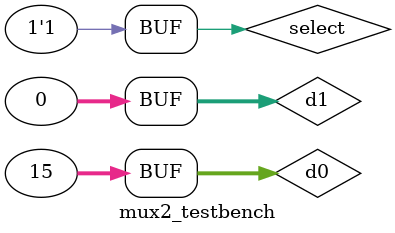
<source format=sv>
`timescale 1ns/1ps

module mux2_testbench;
logic [31:0] d0, d1, y;
logic select;

mux2 mux2_dut(d0, d1, select, y);

initial
begin
d0 = 32'b0; d1 = 32'b11111111111111111111111111111111;
#10; if(y !== 32'bx) $display("invalid output failed.");
select = 0;
#10; if(y !== 32'b0) $display("d0 select failed.");
d0 = 32'b11011; d1 = 21'b101010; select = 1;
#10; if(y !== 32'b101010) $display("d1 select failed.");
d0 = 32'b1001; d1 = 32'b11111; select = 0;
#10; if(y !== 32'b1001) $display("d0 select failed.");
d0 = 32'b1111; d1 = 32'b0; select = 1;
#10; if(y !== 32'b0) $display("d1 select failed.");
end

initial
begin
$monitor("d0=%b d1=%b select=%b y=%b", d0, d1, select, y);
end
endmodule

</source>
